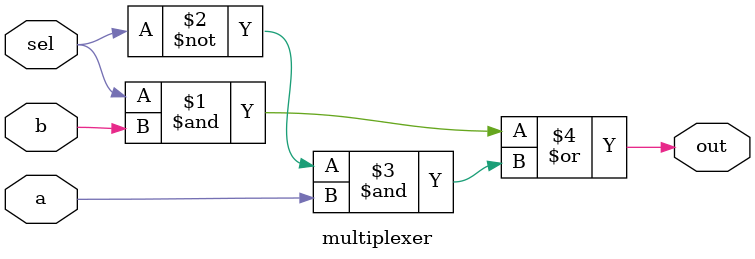
<source format=v>
module multiplexer (
	input a,
	input b,
	input sel,
	output out
);

assign out = (sel & b) | (~sel & a);
endmodule

</source>
